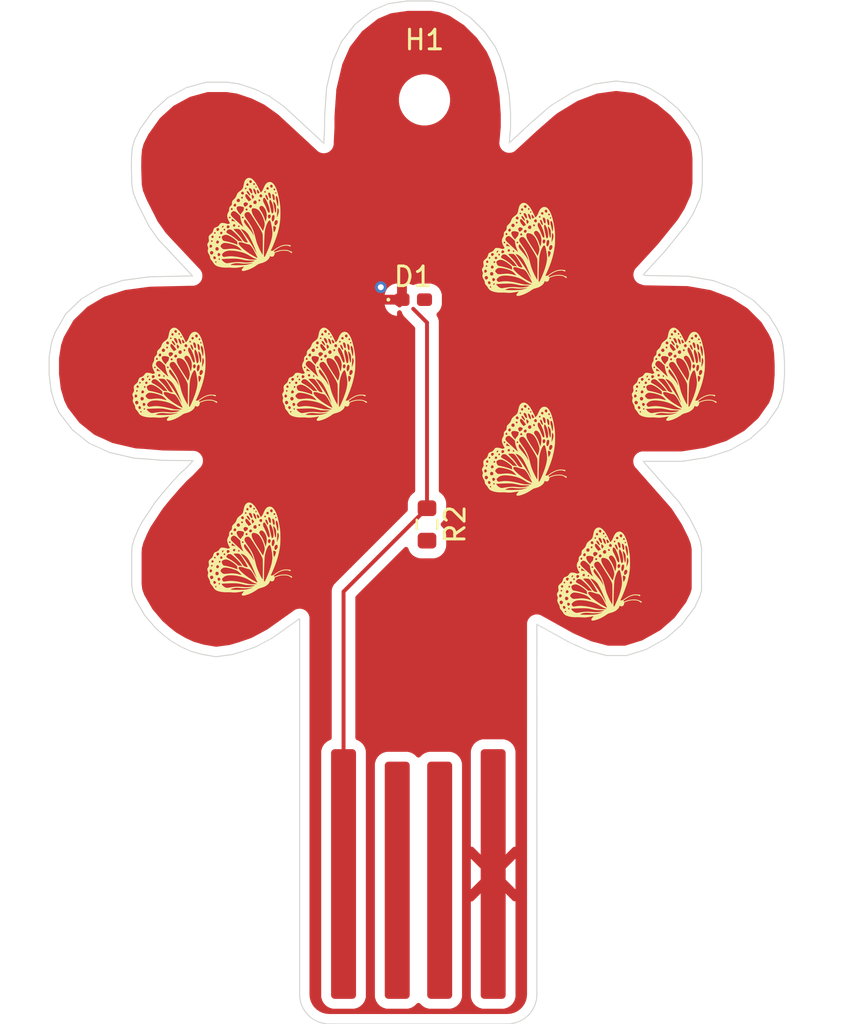
<source format=kicad_pcb>
(kicad_pcb (version 20241229) (generator "pcbnew") (generator_version "9.0")
  (layers (0 "F.Cu" signal) (2 "B.Cu" signal) (13 "F.Paste" user) (15 "B.Paste" user) (5 "F.SilkS" user "F.Silkscreen") (7 "B.SilkS" user "B.Silkscreen") (1 "F.Mask" user) (3 "B.Mask" user) (25 "Edge.Cuts" user))
  (net 0 "")
  (net 1 "Net-(D1-A)")
  (net 2 "GND")
  (net 3 "Net-(U1-VCC)")
  (footprint "Graphics:butterfly2" (layer "F.Cu") (at 156.21 81.28)
    (property "Reference" "G***" (hide yes))
    (property "Value" "LOGO" (hide yes))
  )
  (footprint "Graphics:butterfly2" (layer "F.Cu") (at 181.61 81.28)
    (property "Reference" "G***" (hide yes))
    (property "Value" "LOGO" (hide yes))
  )
  (footprint "Graphics:butterfly2" (layer "F.Cu") (at 163.83 81.28)
    (property "Reference" "G***" (hide yes))
    (property "Value" "LOGO" (hide yes))
  )
  (footprint "custom_footprints:USB_A_PCB_sage" (layer "F.Cu") (at 168.6025 106.3625)
    (property "Reference" "U1" (hide yes))
    (property "Value" "~" (hide yes))
    (pad "1" smd roundrect (at -3.81 0.3175) (size 1.27 12.7) (layers "F.Cu" "F.Mask" "F.Paste") (roundrect_rratio 0.15) (net 3 "Net-(U1-VCC)"))
    (pad "2" smd roundrect (at -1.0795 0.635) (size 1.27 12.065) (layers "F.Cu" "F.Mask" "F.Paste") (roundrect_rratio 0.15))
    (pad "3" smd roundrect (at 1.0795 0.635) (size 1.27 12.065) (layers "F.Cu" "F.Mask" "F.Paste") (roundrect_rratio 0.15))
    (pad "4" smd roundrect (at 3.8 0.3175) (size 1.27 12.7) (layers "F.Cu" "F.Mask" "F.Paste") (roundrect_rratio 0.15) (net 2 "GND"))
  )
  (footprint "MountingHole:MountingHole_2.1mm" (layer "F.Cu") (at 168.91 67.31)
    (property "Reference" "H1" (at 0 -3.05 0) (layer "F.SilkS"))
    (property "Value" "MountingHole")
    (pad "" np_thru_hole circle (at 0 0) (size 2.1 2.1) (drill 2.1) (layers "*.Cu" "*.Mask"))
  )
  (footprint "Graphics:butterfly2" (layer "F.Cu") (at 177.8 91.44)
    (property "Reference" "G***" (hide yes))
    (property "Value" "LOGO" (hide yes))
  )
  (footprint "Graphics:butterfly2" (layer "F.Cu") (at 160.02 90.17)
    (property "Reference" "G***" (hide yes))
    (property "Value" "LOGO" (hide yes))
  )
  (footprint "Resistor_SMD:R_0603_1608Metric" (layer "F.Cu") (at 169.0375 88.9 -90)
    (property "Reference" "R2" (at 0 -1.43 90) (layer "F.SilkS"))
    (property "Value" "R_US")
    (pad "1" smd roundrect (at -0.825 0 270) (size 0.8 0.95) (layers "F.Cu" "F.Mask" "F.Paste") (net 3 "Net-(U1-VCC)"))
    (pad "2" smd roundrect (at 0.825 0 270) (size 0.8 0.95) (layers "F.Cu" "F.Mask" "F.Paste") (net 1 "Net-(D1-A)"))
  )
  (footprint "LED_SMD:LED_0402_1005Metric_Pad0.77x0.64mm_HandSolder" (layer "F.Cu") (at 168.3375 77.47)
    (property "Reference" "D1" (at 0 -1.17 0) (layer "F.SilkS"))
    (property "Value" "LED")
    (pad "1" smd roundrect (at -0.5725 0) (size 0.765 0.64) (layers "F.Cu" "F.Mask" "F.Paste") (net 2 "GND"))
    (pad "2" smd roundrect (at 0.5725 0) (size 0.765 0.64) (layers "F.Cu" "F.Mask" "F.Paste") (net 1 "Net-(D1-A)"))
  )
  (footprint "Graphics:butterfly2" (layer "F.Cu") (at 173.99 85.09)
    (property "Reference" "G***" (hide yes))
    (property "Value" "LOGO" (hide yes))
  )
  (footprint "Graphics:butterfly2" (layer "F.Cu") (at 160.02 73.66)
    (property "Reference" "G***" (hide yes))
    (property "Value" "LOGO" (hide yes))
  )
  (footprint "Graphics:butterfly2" (layer "F.Cu") (at 173.99 74.93)
    (property "Reference" "G***" (hide yes))
    (property "Value" "LOGO" (hide yes))
  )
  (gr_line (start 181.05 67.13) (end 181.78 67.74) (stroke (width 0.05)) (layer "Edge.Cuts"))
  (gr_line (start 174.625 93.98) (end 174.625926 112.799926) (stroke (width 0.05)) (layer "Edge.Cuts"))
  (gr_line (start 159.12 95.52) (end 158.3 95.63) (stroke (width 0.05)) (layer "Edge.Cuts"))
  (gr_line (start 157 95.34) (end 156.52 95.12) (stroke (width 0.05)) (layer "Edge.Cuts"))
  (gr_line (start 163.83 68.14) (end 163.93 66.69) (stroke (width 0.05)) (layer "Edge.Cuts"))
  (gr_line (start 154.9 73.74) (end 154.32 72.59) (stroke (width 0.05)) (layer "Edge.Cuts"))
  (gr_line (start 155.03 88.04) (end 155.22 87.76) (stroke (width 0.05)) (layer "Edge.Cuts"))
  (gr_line (start 183.6 76.5) (end 184.71 76.92) (stroke (width 0.05)) (layer "Edge.Cuts"))
  (gr_line (start 163.83 68.72) (end 163.83 68.14) (stroke (width 0.05)) (layer "Edge.Cuts"))
  (gr_line (start 183.04 71.58) (end 182.99 71.96) (stroke (width 0.05)) (layer "Edge.Cuts"))
  (gr_line (start 171.96 63.83) (end 172.51 64.61) (stroke (width 0.05)) (layer "Edge.Cuts"))
  (gr_line (start 182.21 73.68) (end 181.16 74.98) (stroke (width 0.05)) (layer "Edge.Cuts"))
  (gr_line (start 184.71 76.92) (end 185.66 77.52) (stroke (width 0.05)) (layer "Edge.Cuts"))
  (gr_line (start 162.56 93.689962) (end 161.18 94.67) (stroke (width 0.05)) (layer "Edge.Cuts"))
  (gr_line (start 157.55 95.5) (end 157 95.34) (stroke (width 0.05)) (layer "Edge.Cuts"))
  (gr_line (start 154.11 72.08) (end 154.03 71.67) (stroke (width 0.05)) (layer "Edge.Cuts"))
  (gr_line (start 181.2 94.69) (end 180.18 95.26) (stroke (width 0.05)) (layer "Edge.Cuts"))
  (gr_line (start 157.14 85.66) (end 155.57 85.64) (stroke (width 0.05)) (layer "Edge.Cuts"))
  (gr_line (start 185.47 84.55) (end 184.46 85.12) (stroke (width 0.05)) (layer "Edge.Cuts"))
  (gr_line (start 154.07 92.34) (end 154.02 91.97) (stroke (width 0.05)) (layer "Edge.Cuts"))
  (gr_line (start 182.99 71.96) (end 182.93 72.31) (stroke (width 0.05)) (layer "Edge.Cuts"))
  (gr_line (start 180.16 76.24) (end 182.34 76.28) (stroke (width 0.05)) (layer "Edge.Cuts"))
  (gr_line (start 169.28 62.28) (end 169.79 62.36) (stroke (width 0.05)) (layer "Edge.Cuts"))
  (gr_line (start 181.44 87.29) (end 181.88 87.79) (stroke (width 0.05)) (layer "Edge.Cuts"))
  (gr_line (start 154.36 89.14) (end 154.53 88.8) (stroke (width 0.05)) (layer "Edge.Cuts"))
  (gr_line (start 187.19 80.16) (end 187.22 80.72) (stroke (width 0.05)) (layer "Edge.Cuts"))
  (gr_line (start 155.65 94.54) (end 155.23 94.17) (stroke (width 0.05)) (layer "Edge.Cuts"))
  (gr_line (start 156.79 66.69) (end 157.81 66.41) (stroke (width 0.05)) (layer "Edge.Cuts"))
  (gr_line (start 183.04 71.25) (end 183.04 71.58) (stroke (width 0.05)) (layer "Edge.Cuts"))
  (gr_line (start 156.79 86.03) (end 157.1 85.7) (stroke (width 0.05)) (layer "Edge.Cuts"))
  (gr_line (start 155.23 94.17) (end 154.67 93.51) (stroke (width 0.05)) (layer "Edge.Cuts"))
  (gr_line (start 152.89 85.24) (end 151.85 84.77) (stroke (width 0.05)) (layer "Edge.Cuts"))
  (gr_line (start 151.46 77.43) (end 152.42 76.86) (stroke (width 0.05)) (layer "Edge.Cuts"))
  (gr_line (start 182.93 69.43) (end 182.99 69.75) (stroke (width 0.05)) (layer "Edge.Cuts"))
  (gr_line (start 187.22 81.31) (end 187.16 82.1) (stroke (width 0.05)) (layer "Edge.Cuts"))
  (gr_line (start 176.26 94.89) (end 174.625 93.98) (stroke (width 0.05)) (layer "Edge.Cuts"))
  (gr_line (start 157.11 76.26) (end 155.55 74.6) (stroke (width 0.05)) (layer "Edge.Cuts"))
  (gr_line (start 184.46 85.12) (end 183.3 85.49) (stroke (width 0.05)) (layer "Edge.Cuts"))
  (gr_line (start 154.02 91.97) (end 154.02 90.3) (stroke (width 0.05)) (layer "Edge.Cuts"))
  (gr_line (start 149.82 81.29) (end 149.82 80.4) (stroke (width 0.05)) (layer "Edge.Cuts"))
  (gr_line (start 161.18 94.67) (end 160.32 95.13) (stroke (width 0.05)) (layer "Edge.Cuts"))
  (gr_line (start 182.93 72.31) (end 182.58 73.08) (stroke (width 0.05)) (layer "Edge.Cuts"))
  (gr_line (start 150.11 79.16) (end 150.66 78.2) (stroke (width 0.05)) (layer "Edge.Cuts"))
  (gr_line (start 173.29 68.03) (end 173.29 68.72) (stroke (width 0.05)) (layer "Edge.Cuts"))
  (gr_line (start 177.56 66.5) (end 178.65 66.35) (stroke (width 0.05)) (layer "Edge.Cuts"))
  (gr_line (start 179.18 95.57) (end 178.18 95.57) (stroke (width 0.05)) (layer "Edge.Cuts"))
  (gr_line (start 155.57 85.64) (end 154.99 85.59) (stroke (width 0.05)) (layer "Edge.Cuts"))
  (gr_line (start 149.82 80.4) (end 149.94 79.65) (stroke (width 0.05)) (layer "Edge.Cuts"))
  (gr_line (start 154.9 76.31) (end 157.11 76.26) (stroke (width 0.05)) (layer "Edge.Cuts"))
  (gr_line (start 164.06 114.3) (end 173.125926 114.3) (stroke (width 0.05)) (layer "Edge.Cuts"))
  (gr_line (start 154.16 69.35) (end 154.43 68.81) (stroke (width 0.05)) (layer "Edge.Cuts"))
  (gr_line (start 166.28 62.75) (end 167.06 62.42) (stroke (width 0.05)) (layer "Edge.Cuts"))
  (gr_line (start 172.51 64.61) (end 172.75 65.13) (stroke (width 0.05)) (layer "Edge.Cuts"))
  (gr_line (start 150.12 82.78) (end 149.92 82.11) (stroke (width 0.05)) (layer "Edge.Cuts"))
  (gr_line (start 163.79 69.52) (end 163.83 68.72) (stroke (width 0.05)) (layer "Edge.Cuts"))
  (gr_line (start 182.02 85.69) (end 180.03 85.69) (stroke (width 0.05)) (layer "Edge.Cuts"))
  (gr_line (start 151 84.09) (end 150.33 83.22) (stroke (width 0.05)) (layer "Edge.Cuts"))
  (gr_line (start 154.04 90.02) (end 154.14 89.65) (stroke (width 0.05)) (layer "Edge.Cuts"))
  (gr_line (start 154 70.72) (end 154.01 70.17) (stroke (width 0.05)) (layer "Edge.Cuts"))
  (gr_line (start 150.66 78.2) (end 151.46 77.43) (stroke (width 0.05)) (layer "Edge.Cuts"))
  (gr_line (start 173.22 69.5) (end 174.29 68.51) (stroke (width 0.05)) (layer "Edge.Cuts"))
  (gr_arc (start 174.625926 112.799926) (mid 174.186614 113.860643) (end 173.125926 114.3) (stroke (width 0.05)) (layer "Edge.Cuts"))
  (gr_line (start 161.02 67.12) (end 161.78 67.66) (stroke (width 0.05)) (layer "Edge.Cuts"))
  (gr_line (start 187.22 80.72) (end 187.22 81.31) (stroke (width 0.05)) (layer "Edge.Cuts"))
  (gr_line (start 181.99 94) (end 181.2 94.69) (stroke (width 0.05)) (layer "Edge.Cuts"))
  (gr_line (start 186.26 83.84) (end 185.47 84.55) (stroke (width 0.05)) (layer "Edge.Cuts"))
  (gr_line (start 182.78 89.34) (end 182.93 89.73) (stroke (width 0.05)) (layer "Edge.Cuts"))
  (gr_line (start 186.44 78.3) (end 186.86 78.98) (stroke (width 0.05)) (layer "Edge.Cuts"))
  (gr_line (start 161.78 67.66) (end 163.79 69.52) (stroke (width 0.05)) (layer "Edge.Cuts"))
  (gr_line (start 155.59 87.31) (end 156.1 86.72) (stroke (width 0.05)) (layer "Edge.Cuts"))
  (gr_line (start 154.14 85.53) (end 152.89 85.24) (stroke (width 0.05)) (layer "Edge.Cuts"))
  (gr_line (start 175.4 67.56) (end 176.47 66.91) (stroke (width 0.05)) (layer "Edge.Cuts"))
  (gr_line (start 154.43 68.81) (end 155.07 67.91) (stroke (width 0.05)) (layer "Edge.Cuts"))
  (gr_line (start 155.35 74.38) (end 154.9 73.74) (stroke (width 0.05)) (layer "Edge.Cuts"))
  (gr_line (start 182.9 92.59) (end 182.65 93.12) (stroke (width 0.05)) (layer "Edge.Cuts"))
  (gr_line (start 181.16 74.98) (end 180.04 76.2) (stroke (width 0.05)) (layer "Edge.Cuts"))
  (gr_line (start 170.26 62.52) (end 170.46 62.61) (stroke (width 0.05)) (layer "Edge.Cuts"))
  (gr_line (start 186.88 82.96) (end 186.26 83.84) (stroke (width 0.05)) (layer "Edge.Cuts"))
  (gr_line (start 181.88 87.79) (end 182.43 88.64) (stroke (width 0.05)) (layer "Edge.Cuts"))
  (gr_line (start 167.06 62.42) (end 168.03 62.28) (stroke (width 0.05)) (layer "Edge.Cuts"))
  (gr_line (start 182.35 68.4) (end 182.82 69.13) (stroke (width 0.05)) (layer "Edge.Cuts"))
  (gr_line (start 165.38 63.46) (end 166.28 62.75) (stroke (width 0.05)) (layer "Edge.Cuts"))
  (gr_line (start 172.75 65.13) (end 173.03 66.03) (stroke (width 0.05)) (layer "Edge.Cuts"))
  (gr_line (start 159.66 95.36) (end 159.12 95.52) (stroke (width 0.05)) (layer "Edge.Cuts"))
  (gr_line (start 187.16 82.1) (end 187.06 82.51) (stroke (width 0.05)) (layer "Edge.Cuts"))
  (gr_line (start 187.13 79.71) (end 187.19 80.16) (stroke (width 0.05)) (layer "Edge.Cuts"))
  (gr_line (start 149.92 82.11) (end 149.82 81.29) (stroke (width 0.05)) (layer "Edge.Cuts"))
  (gr_line (start 158.88 66.41) (end 159.49 66.5) (stroke (width 0.05)) (layer "Edge.Cuts"))
  (gr_line (start 153.56 76.49) (end 154.9 76.31) (stroke (width 0.05)) (layer "Edge.Cuts"))
  (gr_line (start 154.14 89.65) (end 154.36 89.14) (stroke (width 0.05)) (layer "Edge.Cuts"))
  (gr_line (start 187.04 79.35) (end 187.13 79.71) (stroke (width 0.05)) (layer "Edge.Cuts"))
  (gr_line (start 162.56 112.8) (end 162.56 93.689962) (stroke (width 0.05)) (layer "Edge.Cuts"))
  (gr_line (start 169.79 62.36) (end 170.26 62.52) (stroke (width 0.05)) (layer "Edge.Cuts"))
  (gr_line (start 182.82 69.13) (end 182.93 69.43) (stroke (width 0.05)) (layer "Edge.Cuts"))
  (gr_line (start 155.07 67.91) (end 155.85 67.2) (stroke (width 0.05)) (layer "Edge.Cuts"))
  (gr_line (start 154.62 85.56) (end 154.14 85.53) (stroke (width 0.05)) (layer "Edge.Cuts"))
  (gr_line (start 154.01 70.17) (end 154.05 69.74) (stroke (width 0.05)) (layer "Edge.Cuts"))
  (gr_line (start 154.2 92.7) (end 154.07 92.34) (stroke (width 0.05)) (layer "Edge.Cuts"))
  (gr_line (start 163.93 66.69) (end 164.25 65.34) (stroke (width 0.05)) (layer "Edge.Cuts"))
  (gr_line (start 174.29 68.51) (end 175.17 67.74) (stroke (width 0.05)) (layer "Edge.Cuts"))
  (gr_line (start 160.32 95.13) (end 159.66 95.36) (stroke (width 0.05)) (layer "Edge.Cuts"))
  (gr_line (start 176.47 66.91) (end 177.56 66.5) (stroke (width 0.05)) (layer "Edge.Cuts"))
  (gr_line (start 156.52 95.12) (end 156.01 94.82) (stroke (width 0.05)) (layer "Edge.Cuts"))
  (gr_line (start 164.68 64.36) (end 165.38 63.46) (stroke (width 0.05)) (layer "Edge.Cuts"))
  (gr_line (start 182.43 88.64) (end 182.78 89.34) (stroke (width 0.05)) (layer "Edge.Cuts"))
  (gr_line (start 156.01 94.82) (end 155.65 94.54) (stroke (width 0.05)) (layer "Edge.Cuts"))
  (gr_line (start 181.78 67.74) (end 182.35 68.4) (stroke (width 0.05)) (layer "Edge.Cuts"))
  (gr_line (start 149.94 79.65) (end 150.11 79.16) (stroke (width 0.05)) (layer "Edge.Cuts"))
  (gr_line (start 185.66 77.52) (end 186.44 78.3) (stroke (width 0.05)) (layer "Edge.Cuts"))
  (gr_line (start 178.18 95.57) (end 177.23 95.32) (stroke (width 0.05)) (layer "Edge.Cuts"))
  (gr_line (start 173.03 66.03) (end 173.22 67.04) (stroke (width 0.05)) (layer "Edge.Cuts"))
  (gr_line (start 154.03 71.67) (end 154 70.72) (stroke (width 0.05)) (layer "Edge.Cuts"))
  (gr_line (start 187.06 82.51) (end 186.88 82.96) (stroke (width 0.05)) (layer "Edge.Cuts"))
  (gr_line (start 152.42 76.86) (end 153.56 76.49) (stroke (width 0.05)) (layer "Edge.Cuts"))
  (gr_line (start 183.04 70.24) (end 183.04 71.25) (stroke (width 0.05)) (layer "Edge.Cuts"))
  (gr_line (start 182.65 93.12) (end 181.99 94) (stroke (width 0.05)) (layer "Edge.Cuts"))
  (gr_line (start 154.53 88.8) (end 155.03 88.04) (stroke (width 0.05)) (layer "Edge.Cuts"))
  (gr_line (start 155.85 67.2) (end 156.79 66.69) (stroke (width 0.05)) (layer "Edge.Cuts"))
  (gr_line (start 183 92.25) (end 182.9 92.59) (stroke (width 0.05)) (layer "Edge.Cuts"))
  (gr_line (start 168.03 62.28) (end 169.28 62.28) (stroke (width 0.05)) (layer "Edge.Cuts"))
  (gr_line (start 183.3 85.49) (end 182.02 85.69) (stroke (width 0.05)) (layer "Edge.Cuts"))
  (gr_line (start 159.49 66.5) (end 160.3 66.77) (stroke (width 0.05)) (layer "Edge.Cuts"))
  (gr_line (start 170.46 62.61) (end 171.24 63.12) (stroke (width 0.05)) (layer "Edge.Cuts"))
  (gr_line (start 182.99 69.75) (end 183.04 70.24) (stroke (width 0.05)) (layer "Edge.Cuts"))
  (gr_line (start 180.33 66.7) (end 181.05 67.13) (stroke (width 0.05)) (layer "Edge.Cuts"))
  (gr_line (start 179.69 66.47) (end 180.33 66.7) (stroke (width 0.05)) (layer "Edge.Cuts"))
  (gr_line (start 151.85 84.77) (end 151 84.09) (stroke (width 0.05)) (layer "Edge.Cuts"))
  (gr_line (start 157.1 85.7) (end 157.14 85.66) (stroke (width 0.05)) (layer "Edge.Cuts"))
  (gr_line (start 154.02 90.3) (end 154.04 90.02) (stroke (width 0.05)) (layer "Edge.Cuts"))
  (gr_line (start 154.05 69.74) (end 154.16 69.35) (stroke (width 0.05)) (layer "Edge.Cuts"))
  (gr_line (start 182.93 89.73) (end 183 90.11) (stroke (width 0.05)) (layer "Edge.Cuts"))
  (gr_line (start 177.23 95.32) (end 176.26 94.89) (stroke (width 0.05)) (layer "Edge.Cuts"))
  (gr_line (start 164.25 65.34) (end 164.68 64.36) (stroke (width 0.05)) (layer "Edge.Cuts"))
  (gr_line (start 160.3 66.77) (end 161.02 67.12) (stroke (width 0.05)) (layer "Edge.Cuts"))
  (gr_line (start 157.81 66.41) (end 158.88 66.41) (stroke (width 0.05)) (layer "Edge.Cuts"))
  (gr_line (start 150.33 83.22) (end 150.12 82.78) (stroke (width 0.05)) (layer "Edge.Cuts"))
  (gr_line (start 173.29 68.72) (end 173.22 69.5) (stroke (width 0.05)) (layer "Edge.Cuts"))
  (gr_line (start 175.17 67.74) (end 175.4 67.56) (stroke (width 0.05)) (layer "Edge.Cuts"))
  (gr_line (start 180.04 76.2) (end 180.16 76.24) (stroke (width 0.05)) (layer "Edge.Cuts"))
  (gr_line (start 183 90.11) (end 183 92.25) (stroke (width 0.05)) (layer "Edge.Cuts"))
  (gr_line (start 173.22 67.04) (end 173.29 68.03) (stroke (width 0.05)) (layer "Edge.Cuts"))
  (gr_line (start 171.24 63.12) (end 171.96 63.83) (stroke (width 0.05)) (layer "Edge.Cuts"))
  (gr_line (start 155.55 74.6) (end 155.35 74.38) (stroke (width 0.05)) (layer "Edge.Cuts"))
  (gr_line (start 182.58 73.08) (end 182.21 73.68) (stroke (width 0.05)) (layer "Edge.Cuts"))
  (gr_line (start 180.18 95.26) (end 179.18 95.57) (stroke (width 0.05)) (layer "Edge.Cuts"))
  (gr_line (start 186.86 78.98) (end 187.04 79.35) (stroke (width 0.05)) (layer "Edge.Cuts"))
  (gr_line (start 154.99 85.59) (end 154.62 85.56) (stroke (width 0.05)) (layer "Edge.Cuts"))
  (gr_arc (start 164.06 114.3) (mid 162.99934 113.86066) (end 162.56 112.8) (stroke (width 0.05)) (layer "Edge.Cuts"))
  (gr_line (start 155.22 87.76) (end 155.59 87.31) (stroke (width 0.05)) (layer "Edge.Cuts"))
  (gr_line (start 158.3 95.63) (end 157.55 95.5) (stroke (width 0.05)) (layer "Edge.Cuts"))
  (gr_line (start 178.65 66.35) (end 179.69 66.47) (stroke (width 0.05)) (layer "Edge.Cuts"))
  (gr_line (start 180.03 85.69) (end 181.44 87.29) (stroke (width 0.05)) (layer "Edge.Cuts"))
  (gr_line (start 154.32 72.59) (end 154.11 72.08) (stroke (width 0.05)) (layer "Edge.Cuts"))
  (gr_line (start 154.67 93.51) (end 154.2 92.7) (stroke (width 0.05)) (layer "Edge.Cuts"))
  (gr_line (start 156.1 86.72) (end 156.47 86.32) (stroke (width 0.05)) (layer "Edge.Cuts"))
  (gr_line (start 182.34 76.28) (end 183.6 76.5) (stroke (width 0.05)) (layer "Edge.Cuts"))
  (gr_line (start 156.47 86.32) (end 156.79 86.03) (stroke (width 0.05)) (layer "Edge.Cuts"))
  (via (at 166.6875 76.835) (size 0.6) (drill 0.3) (layers "F.Cu" "B.Cu") (net 2))
  (segment (start 169.0375 88.075) (end 169.0375 78.636386) (width 0.2) (layer "F.Cu") (net 3))
  (segment (start 164.7925 92.32) (end 169.0375 88.075) (width 0.2) (layer "F.Cu") (net 3))
  (segment (start 164.7925 106.68) (end 164.7925 92.32) (width 0.2) (layer "F.Cu") (net 3))
  (segment (start 169.0375 78.636386) (end 168.3375 77.936386) (width 0.2) (layer "F.Cu") (net 3))
  (zone (net 2) (net_name "GND") (layer "F.Cu") (connect_pads (clearance 0.5)) (min_thickness 0.25) (fill yes (thermal_gap 0.5) (thermal_bridge_width 0.5))
    (polygon (pts (xy 190.5 62.23) (xy 147.32 62.23) (xy 148.59 114.3) (xy 190.5 114.3)))
  )
)
</source>
